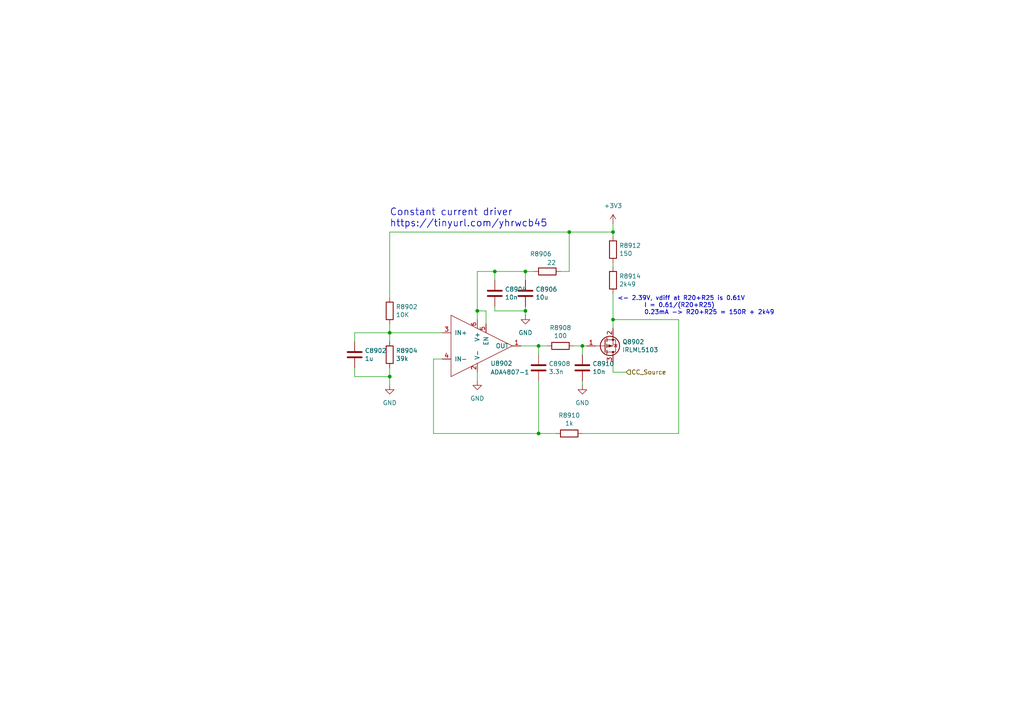
<source format=kicad_sch>
(kicad_sch (version 20250114) (generator "eeschema") (generator_version "9.0")
  (paper "A4")
  (lib_symbols
    (symbol "Device:C" (pin_numbers (hide yes)) (pin_names (offset 0.254))
      (property "Reference" "C" (at 0.635 2.54 0))
      (property "Value" "C" (at 0.635 -2.54 0))
      (symbol "C_0_1"
        (polyline (pts (xy -2.032 0.762) (xy 2.032 0.762)) (stroke (width 0.508)))
        (polyline (pts (xy -2.032 -0.762) (xy 2.032 -0.762)) (stroke (width 0.508)))
      )
      (symbol "C_1_1"
        (pin passive line (at 0 3.81 270) (length 2.794) (name "~") (number "1"))
        (pin passive line (at 0 -3.81 90) (length 2.794) (name "~") (number "2"))
      )
    )
    (symbol "Device:Q_PMOS_GSD" (pin_names (offset 0) (hide yes))
      (property "Reference" "Q" (at 5.08 1.27 0))
      (property "Value" "Q_PMOS_GSD" (at 5.08 -1.27 0))
      (symbol "Q_PMOS_GSD_0_1"
        (polyline (pts (xy 0.254 1.905) (xy 0.254 -1.905)) (stroke (width 0.254)))
        (polyline (pts (xy 0.254 0) (xy -2.54 0)))
        (polyline (pts (xy 0.762 2.286) (xy 0.762 1.27)) (stroke (width 0.254)))
        (polyline (pts (xy 0.762 1.778) (xy 3.302 1.778) (xy 3.302 -1.778) (xy 0.762 -1.778)))
        (polyline (pts (xy 0.762 0.508) (xy 0.762 -0.508)) (stroke (width 0.254)))
        (polyline (pts (xy 0.762 -1.27) (xy 0.762 -2.286)) (stroke (width 0.254)))
        (circle (center 1.651 0) (radius 2.794) (stroke (width 0.254)))
        (polyline (pts (xy 2.286 0) (xy 1.27 0.381) (xy 1.27 -0.381) (xy 2.286 0)) (fill (type outline)))
        (polyline (pts (xy 2.54 2.54) (xy 2.54 1.778)))
        (circle (center 2.54 1.778) (radius 0.254) (fill (type outline)))
        (circle (center 2.54 -1.778) (radius 0.254) (fill (type outline)))
        (polyline (pts (xy 2.54 -2.54) (xy 2.54 0) (xy 0.762 0)))
        (polyline (pts (xy 2.794 -0.508) (xy 2.921 -0.381) (xy 3.683 -0.381) (xy 3.81 -0.254)))
        (polyline (pts (xy 3.302 -0.381) (xy 2.921 0.254) (xy 3.683 0.254) (xy 3.302 -0.381)))
      )
      (symbol "Q_PMOS_GSD_1_1"
        (pin input line (at -5.08 0 0) (length 2.54) (name "G") (number "1"))
        (pin passive line (at 2.54 5.08 270) (length 2.54) (name "D") (number "3"))
        (pin passive line (at 2.54 -5.08 90) (length 2.54) (name "S") (number "2"))
      )
    )
    (symbol "Device:R" (pin_numbers (hide yes)) (pin_names (offset 0))
      (property "Reference" "R" (at 2.032 0 90))
      (property "Value" "R" (at 0 0 90))
      (symbol "R_0_1"
        (rectangle (start -1.016 -2.54) (end 1.016 2.54) (stroke (width 0.254)))
      )
      (symbol "R_1_1"
        (pin passive line (at 0 3.81 270) (length 1.27) (name "~") (number "1"))
        (pin passive line (at 0 -3.81 90) (length 1.27) (name "~") (number "2"))
      )
    )
    (symbol "power:+3V3" (power) (pin_numbers (hide yes)) (pin_names (offset 0) (hide yes))
      (property "Value" "+3V3" (at 0 3.556 0))
      (symbol "+3V3_0_1"
        (polyline (pts (xy -0.762 1.27) (xy 0 2.54)))
        (polyline (pts (xy 0 2.54) (xy 0.762 1.27)))
        (polyline (pts (xy 0 0) (xy 0 2.54)))
      )
      (symbol "+3V3_1_1"
        (pin power_in line (at 0 0 90) (length 0) (name "~") (number "1"))
      )
    )
    (symbol "power:GND" (power) (pin_numbers (hide yes)) (pin_names (offset 0) (hide yes))
      (property "Value" "GND" (at 0 -3.81 0))
      (symbol "GND_0_1"
        (polyline (pts (xy 0 0) (xy 0 -1.27) (xy 1.27 -1.27) (xy 0 -2.54) (xy -1.27 -1.27) (xy 0 -1.27)))
      )
      (symbol "GND_1_1"
        (pin power_in line (at 0 0 270) (length 0) (name "~") (number "1"))
      )
    )
    (symbol "vzlu_lib:AD8029" (pin_names (offset 1.016))
      (property "Reference" "U" (at 12.7 12.7 0))
      (property "Value" "AD8029" (at -5.08 12.7 0))
      (symbol "AD8029_0_1"
        (polyline (pts (xy -5.08 8.89) (xy -5.08 -8.89)))
        (polyline (pts (xy -5.08 8.89) (xy 12.7 0) (xy -5.08 -8.89)))
      )
      (symbol "AD8029_1_1"
        (pin input line (at -7.62 3.81 0) (length 2.54) (name "IN+") (number "3"))
        (pin input line (at -7.62 -3.81 0) (length 2.54) (name "IN-") (number "4"))
        (pin input line (at 2.54 7.62 270) (length 2.54) (name "V+") (number "6"))
        (pin input line (at 2.54 -7.62 90) (length 2.54) (name "V-") (number "2"))
        (pin input line (at 5.08 6.35 270) (length 2.54) (name "EN") (number "5"))
        (pin output line (at 15.24 0 180) (length 2.54) (name "OUT") (number "1"))
      )
    )
  )
  (text "Constant current driver\nhttps://tinyurl.com/yhrwcb45" (at 113.03 66.04 0) (effects (font (size 2.0066 2.0066)) (justify left bottom)))
  (text "Constant current driver\nhttps://tinyurl.com/yhrwcb45" (at 113.03 66.04 0) (effects (font (size 2.0066 2.0066)) (justify left bottom)))
  (text "<- 2.39V, vdiff at R20+R25 is 0.61V\n        I = 0.61/(R20+R25)\n        0.23mA -> R20+R25 = 150R + 2k49" (at 179.07 91.44 0) (effects (font (size 1.27 1.27)) (justify left bottom)))
  (text "<- 2.39V, vdiff at R20+R25 is 0.61V\n        I = 0.61/(R20+R25)\n        0.23mA -> R20+R25 = 150R + 2k49" (at 179.07 91.44 0) (effects (font (size 1.27 1.27)) (justify left bottom)))
  (junction (at 113.03 109.22))
  (junction (at 113.03 96.52))
  (junction (at 168.91 100.33))
  (junction (at 152.4 78.74))
  (junction (at 138.43 90.17))
  (junction (at 165.1 67.31))
  (junction (at 156.21 100.33))
  (junction (at 152.4 90.17))
  (junction (at 156.21 125.73))
  (junction (at 143.51 78.74))
  (junction (at 177.8 92.71))
  (junction (at 177.8 67.31))
  (wire (pts (xy 156.21 125.73) (xy 125.73 125.73)))
  (wire (pts (xy 113.03 93.98) (xy 113.03 96.52)))
  (wire (pts (xy 165.1 67.31) (xy 113.03 67.31)))
  (wire (pts (xy 138.43 78.74) (xy 143.51 78.74)))
  (wire (pts (xy 156.21 100.33) (xy 158.75 100.33)))
  (wire (pts (xy 152.4 81.28) (xy 152.4 78.74)))
  (wire (pts (xy 196.85 92.71) (xy 196.85 125.73)))
  (wire (pts (xy 152.4 78.74) (xy 154.94 78.74)))
  (wire (pts (xy 113.03 111.76) (xy 113.03 109.22)))
  (wire (pts (xy 156.21 100.33) (xy 156.21 102.87)))
  (wire (pts (xy 162.56 78.74) (xy 165.1 78.74)))
  (wire (pts (xy 128.27 104.14) (xy 125.73 104.14)))
  (wire (pts (xy 152.4 90.17) (xy 143.51 90.17)))
  (wire (pts (xy 143.51 90.17) (xy 143.51 88.9)))
  (wire (pts (xy 138.43 90.17) (xy 138.43 92.71)))
  (wire (pts (xy 152.4 91.44) (xy 152.4 90.17)))
  (wire (pts (xy 161.29 125.73) (xy 156.21 125.73)))
  (wire (pts (xy 177.8 92.71) (xy 177.8 95.25)))
  (wire (pts (xy 138.43 107.95) (xy 138.43 110.49)))
  (wire (pts (xy 140.97 90.17) (xy 138.43 90.17)))
  (wire (pts (xy 102.87 99.06) (xy 102.87 96.52)))
  (wire (pts (xy 168.91 110.49) (xy 168.91 111.76)))
  (wire (pts (xy 168.91 100.33) (xy 168.91 102.87)))
  (wire (pts (xy 143.51 78.74) (xy 143.51 81.28)))
  (wire (pts (xy 113.03 67.31) (xy 113.03 86.36)))
  (wire (pts (xy 156.21 110.49) (xy 156.21 125.73)))
  (wire (pts (xy 102.87 96.52) (xy 113.03 96.52)))
  (wire (pts (xy 140.97 93.98) (xy 140.97 90.17)))
  (wire (pts (xy 177.8 67.31) (xy 177.8 68.58)))
  (wire (pts (xy 177.8 67.31) (xy 165.1 67.31)))
  (wire (pts (xy 196.85 92.71) (xy 177.8 92.71)))
  (wire (pts (xy 177.8 76.2) (xy 177.8 77.47)))
  (wire (pts (xy 138.43 78.74) (xy 138.43 90.17)))
  (wire (pts (xy 113.03 96.52) (xy 113.03 99.06)))
  (wire (pts (xy 113.03 96.52) (xy 128.27 96.52)))
  (wire (pts (xy 143.51 78.74) (xy 152.4 78.74)))
  (wire (pts (xy 166.37 100.33) (xy 168.91 100.33)))
  (wire (pts (xy 152.4 90.17) (xy 152.4 88.9)))
  (wire (pts (xy 168.91 100.33) (xy 170.18 100.33)))
  (wire (pts (xy 102.87 109.22) (xy 102.87 106.68)))
  (wire (pts (xy 168.91 125.73) (xy 196.85 125.73)))
  (wire (pts (xy 113.03 106.68) (xy 113.03 109.22)))
  (wire (pts (xy 177.8 85.09) (xy 177.8 92.71)))
  (wire (pts (xy 181.61 107.95) (xy 177.8 107.95)))
  (wire (pts (xy 177.8 64.77) (xy 177.8 67.31)))
  (wire (pts (xy 102.87 109.22) (xy 113.03 109.22)))
  (wire (pts (xy 165.1 78.74) (xy 165.1 67.31)))
  (wire (pts (xy 177.8 107.95) (xy 177.8 105.41)))
  (wire (pts (xy 151.13 100.33) (xy 156.21 100.33)))
  (wire (pts (xy 125.73 104.14) (xy 125.73 125.73)))
  (hierarchical_label "CC_Source" (shape input) (at 181.61 107.95 0))
  (hierarchical_label "CC_Source" (shape input) (at 181.61 107.95 0))
  (symbol (lib_id "power:GND") (at 113.03 111.76 0) (unit 1)
    (property "Reference" "#PWR08902" (effects (hide yes)))
    (property "Value" "GND" (at 113.03 116.84 0))
    (property "Description" "Power symbol creates a global label with name \"GND\" , ground" (effects (hide yes)))
  )
  (symbol (lib_id "power:GND") (at 152.4 91.44 0) (unit 1)
    (property "Reference" "#PWR08906" (effects (hide yes)))
    (property "Value" "GND" (at 152.4 96.52 0))
    (property "Description" "Power symbol creates a global label with name \"GND\" , ground" (effects (hide yes)))
  )
  (symbol (lib_id "Device:C") (at 143.51 85.09 0) (unit 1)
    (property "Reference" "C8904" (at 146.431 83.9216 0) (effects (justify left)))
    (property "Value" "10n" (at 146.431 86.233 0) (effects (justify left)))
    (property "Footprint" "Capacitor_SMD:C_0603_1608Metric_Pad1.08x0.95mm_HandSolder" (effects (hide yes)))
    (property "Specification" "10% X7R 10V" (effects (hide yes)))
  )
  (symbol (lib_id "Device:R") (at 177.8 72.39 180) (unit 1)
    (property "Reference" "R8912" (at 179.578 71.2216 0) (effects (justify right)))
    (property "Value" "150" (at 179.578 73.533 0) (effects (justify right)))
    (property "Footprint" "Resistor_SMD:R_0603_1608Metric" (effects (hide yes)))
    (property "Specification" "0.1%" (effects (hide yes)))
  )
  (symbol (lib_id "power:GND") (at 168.91 111.76 0) (unit 1)
    (property "Reference" "#PWR08907" (effects (hide yes)))
    (property "Value" "GND" (at 168.91 116.84 0))
    (property "Description" "Power symbol creates a global label with name \"GND\" , ground" (effects (hide yes)))
  )
  (symbol (lib_id "Device:C") (at 156.21 106.68 0) (unit 1)
    (property "Reference" "C8908" (at 159.131 105.5116 0) (effects (justify left)))
    (property "Value" "3.3n" (at 159.131 107.823 0) (effects (justify left)))
    (property "Footprint" "Capacitor_SMD:C_0603_1608Metric_Pad1.08x0.95mm_HandSolder" (effects (hide yes)))
    (property "Specification" "1% C0G 16V" (effects (hide yes)))
  )
  (symbol (lib_id "Device:R") (at 158.75 78.74 90) (unit 1)
    (property "Reference" "R8906" (at 160.02 73.66 90) (effects (justify left)))
    (property "Value" "22" (at 161.29 76.2 90) (effects (justify left)))
    (property "Footprint" "Resistor_SMD:R_0603_1608Metric" (effects (hide yes)))
    (property "Specification" "1%" (effects (hide yes)))
  )
  (symbol (lib_id "Device:C") (at 102.87 102.87 0) (unit 1)
    (property "Reference" "C8902" (at 105.791 101.7016 0) (effects (justify left)))
    (property "Value" "1u" (at 105.791 104.013 0) (effects (justify left)))
    (property "Footprint" "Capacitor_SMD:C_0603_1608Metric_Pad1.08x0.95mm_HandSolder" (effects (hide yes)))
    (property "Specification" "10% X7R 16V" (effects (hide yes)))
  )
  (symbol (lib_id "Device:Q_PMOS_GSD") (at 175.26 100.33 0) (mirror x) (unit 1)
    (property "Reference" "Q8902" (at 180.4924 99.1616 0) (effects (justify left)))
    (property "Value" "IRLML5103" (at 180.4924 101.473 0) (effects (justify left)))
    (property "Footprint" "Package_TO_SOT_SMD:SOT-23" (effects (hide yes)))
  )
  (symbol (lib_id "vzlu_lib:AD8029") (at 135.89 100.33 0) (unit 1)
    (property "Reference" "U8902" (at 142.24 105.41 0) (effects (justify left)))
    (property "Value" "ADA4807-1" (at 142.24 107.95 0) (effects (justify left)))
    (property "Footprint" "Package_TO_SOT_SMD:SOT-363_SC-70-6" (effects (hide yes)))
    (property "mouser_pn" "ADA4807-1AKSZ-R2" (effects (hide yes)))
  )
  (symbol (lib_id "Device:C") (at 168.91 106.68 0) (unit 1)
    (property "Reference" "C8910" (at 171.831 105.5116 0) (effects (justify left)))
    (property "Value" "10n" (at 171.831 107.823 0) (effects (justify left)))
    (property "Footprint" "Capacitor_SMD:C_0603_1608Metric_Pad1.08x0.95mm_HandSolder" (effects (hide yes)))
    (property "CONFIG" "+DNP" (effects (hide yes)))
    (property "Specification" "10% X7R 10V" (effects (hide yes)))
  )
  (symbol (lib_id "Device:R") (at 165.1 125.73 270) (unit 1)
    (property "Reference" "R8910" (at 165.1 120.4722 90))
    (property "Value" "1k" (at 165.1 122.7836 90))
    (property "Footprint" "Resistor_SMD:R_0603_1608Metric" (effects (hide yes)))
    (property "Specification" "1%" (effects (hide yes)))
  )
  (symbol (lib_id "Device:R") (at 162.56 100.33 270) (unit 1)
    (property "Reference" "R8908" (at 162.56 95.0722 90))
    (property "Value" "100" (at 162.56 97.3836 90))
    (property "Footprint" "Resistor_SMD:R_0603_1608Metric" (effects (hide yes)))
    (property "Specification" "1%" (effects (hide yes)))
  )
  (symbol (lib_id "power:GND") (at 138.43 110.49 0) (unit 1)
    (property "Reference" "#PWR08904" (effects (hide yes)))
    (property "Value" "GND" (at 138.43 115.57 0))
    (property "Description" "Power symbol creates a global label with name \"GND\" , ground" (effects (hide yes)))
  )
  (symbol (lib_id "Device:R") (at 177.8 81.28 180) (unit 1)
    (property "Reference" "R8914" (at 179.578 80.1116 0) (effects (justify right)))
    (property "Value" "2k49" (at 179.578 82.423 0) (effects (justify right)))
    (property "Footprint" "Resistor_SMD:R_0603_1608Metric" (effects (hide yes)))
    (property "Specification" "1%" (effects (hide yes)))
  )
  (symbol (lib_id "Device:R") (at 113.03 90.17 180) (unit 1)
    (property "Reference" "R8902" (at 114.808 89.0016 0) (effects (justify right)))
    (property "Value" "10K" (at 114.808 91.313 0) (effects (justify right)))
    (property "Footprint" "Resistor_SMD:R_0603_1608Metric" (effects (hide yes)))
    (property "Specification" "1%" (effects (hide yes)))
  )
  (symbol (lib_id "Device:C") (at 152.4 85.09 0) (unit 1)
    (property "Reference" "C8906" (at 155.321 83.9216 0) (effects (justify left)))
    (property "Value" "10u" (at 155.321 86.233 0) (effects (justify left)))
    (property "Footprint" "Capacitor_SMD:C_0603_1608Metric_Pad1.08x0.95mm_HandSolder" (effects (hide yes)))
    (property "Specification" "10% X7R 10V" (effects (hide yes)))
  )
  (symbol (lib_id "Device:R") (at 113.03 102.87 180) (unit 1)
    (property "Reference" "R8904" (at 114.808 101.7016 0) (effects (justify right)))
    (property "Value" "39k" (at 114.808 104.013 0) (effects (justify right)))
    (property "Footprint" "Resistor_SMD:R_0603_1608Metric" (effects (hide yes)))
    (property "Specification" "1%" (effects (hide yes)))
  )
  (symbol (lib_id "power:+3V3") (at 177.8 64.77 0) (unit 1)
    (property "Reference" "#PWR08910" (effects (hide yes)))
    (property "Value" "+3V3" (at 177.8 59.69 0))
    (property "Description" "Power symbol creates a global label with name \"+3V3\"" (effects (hide yes)))
  )
)
</source>
